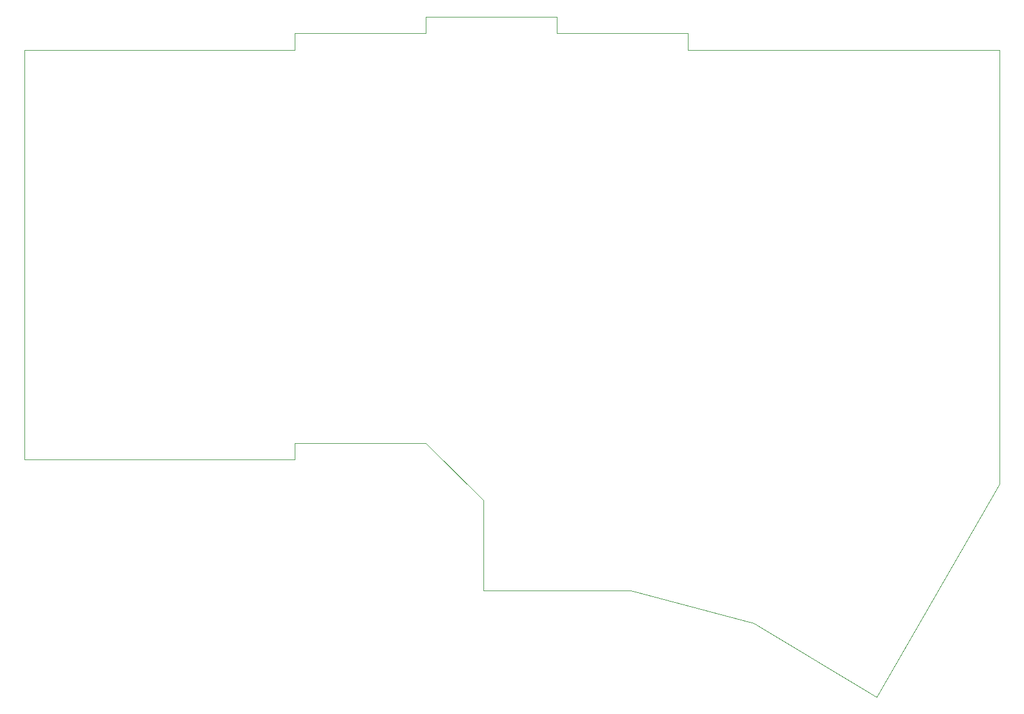
<source format=gbr>
G04 #@! TF.GenerationSoftware,KiCad,Pcbnew,(5.1.5-0-10_14)*
G04 #@! TF.CreationDate,2020-05-04T16:50:39-04:00*
G04 #@! TF.ProjectId,hardware,68617264-7761-4726-952e-6b696361645f,rev?*
G04 #@! TF.SameCoordinates,Original*
G04 #@! TF.FileFunction,Profile,NP*
%FSLAX46Y46*%
G04 Gerber Fmt 4.6, Leading zero omitted, Abs format (unit mm)*
G04 Created by KiCad (PCBNEW (5.1.5-0-10_14)) date 2020-05-04 16:50:39*
%MOMM*%
%LPD*%
G04 APERTURE LIST*
%ADD10C,0.050000*%
G04 APERTURE END LIST*
D10*
X170259375Y-121443750D02*
X188118750Y-90487500D01*
X152400000Y-110728125D02*
X170259375Y-121443750D01*
X188118750Y-90487500D02*
X188118750Y-27384375D01*
X134540625Y-105965625D02*
X152400000Y-110728125D01*
X113109375Y-105965625D02*
X134540625Y-105965625D01*
X113109375Y-92868750D02*
X113109375Y-105965625D01*
X104775000Y-84534375D02*
X113109375Y-92868750D01*
X96440625Y-84534375D02*
X104775000Y-84534375D01*
X85725000Y-84534375D02*
X85725000Y-86915625D01*
X85725000Y-84534375D02*
X96440625Y-84534375D01*
X66675000Y-86915625D02*
X85725000Y-86915625D01*
X52387500Y-86915625D02*
X66675000Y-86915625D01*
X46434375Y-86915625D02*
X52387500Y-86915625D01*
X46434375Y-85725000D02*
X46434375Y-86915625D01*
X142875000Y-27384375D02*
X188118750Y-27384375D01*
X142875000Y-25003125D02*
X142875000Y-27384375D01*
X123825000Y-25003125D02*
X142875000Y-25003125D01*
X123825000Y-22621875D02*
X123825000Y-25003125D01*
X104775000Y-22621875D02*
X123825000Y-22621875D01*
X104775000Y-25003125D02*
X104775000Y-22621875D01*
X85725000Y-25003125D02*
X104775000Y-25003125D01*
X85725000Y-27384375D02*
X85725000Y-25003125D01*
X46434375Y-27384375D02*
X85725000Y-27384375D01*
X46434375Y-85725000D02*
X46434375Y-27384375D01*
M02*

</source>
